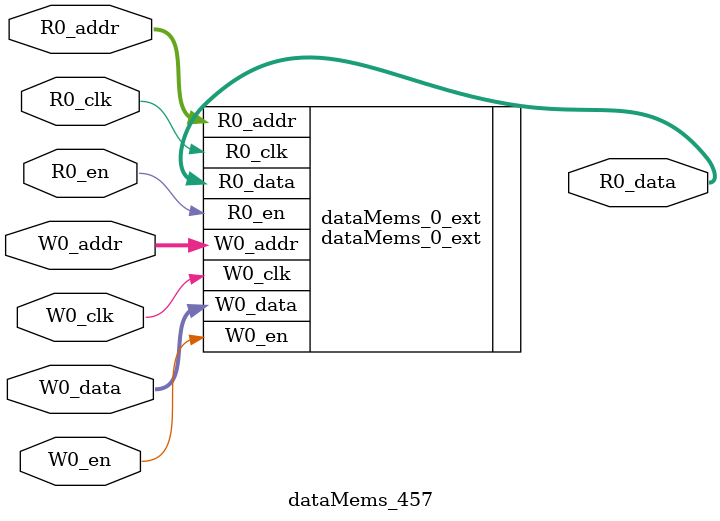
<source format=sv>
`ifndef RANDOMIZE
  `ifdef RANDOMIZE_REG_INIT
    `define RANDOMIZE
  `endif // RANDOMIZE_REG_INIT
`endif // not def RANDOMIZE
`ifndef RANDOMIZE
  `ifdef RANDOMIZE_MEM_INIT
    `define RANDOMIZE
  `endif // RANDOMIZE_MEM_INIT
`endif // not def RANDOMIZE

`ifndef RANDOM
  `define RANDOM $random
`endif // not def RANDOM

// Users can define 'PRINTF_COND' to add an extra gate to prints.
`ifndef PRINTF_COND_
  `ifdef PRINTF_COND
    `define PRINTF_COND_ (`PRINTF_COND)
  `else  // PRINTF_COND
    `define PRINTF_COND_ 1
  `endif // PRINTF_COND
`endif // not def PRINTF_COND_

// Users can define 'ASSERT_VERBOSE_COND' to add an extra gate to assert error printing.
`ifndef ASSERT_VERBOSE_COND_
  `ifdef ASSERT_VERBOSE_COND
    `define ASSERT_VERBOSE_COND_ (`ASSERT_VERBOSE_COND)
  `else  // ASSERT_VERBOSE_COND
    `define ASSERT_VERBOSE_COND_ 1
  `endif // ASSERT_VERBOSE_COND
`endif // not def ASSERT_VERBOSE_COND_

// Users can define 'STOP_COND' to add an extra gate to stop conditions.
`ifndef STOP_COND_
  `ifdef STOP_COND
    `define STOP_COND_ (`STOP_COND)
  `else  // STOP_COND
    `define STOP_COND_ 1
  `endif // STOP_COND
`endif // not def STOP_COND_

// Users can define INIT_RANDOM as general code that gets injected into the
// initializer block for modules with registers.
`ifndef INIT_RANDOM
  `define INIT_RANDOM
`endif // not def INIT_RANDOM

// If using random initialization, you can also define RANDOMIZE_DELAY to
// customize the delay used, otherwise 0.002 is used.
`ifndef RANDOMIZE_DELAY
  `define RANDOMIZE_DELAY 0.002
`endif // not def RANDOMIZE_DELAY

// Define INIT_RANDOM_PROLOG_ for use in our modules below.
`ifndef INIT_RANDOM_PROLOG_
  `ifdef RANDOMIZE
    `ifdef VERILATOR
      `define INIT_RANDOM_PROLOG_ `INIT_RANDOM
    `else  // VERILATOR
      `define INIT_RANDOM_PROLOG_ `INIT_RANDOM #`RANDOMIZE_DELAY begin end
    `endif // VERILATOR
  `else  // RANDOMIZE
    `define INIT_RANDOM_PROLOG_
  `endif // RANDOMIZE
`endif // not def INIT_RANDOM_PROLOG_

// Include register initializers in init blocks unless synthesis is set
`ifndef SYNTHESIS
  `ifndef ENABLE_INITIAL_REG_
    `define ENABLE_INITIAL_REG_
  `endif // not def ENABLE_INITIAL_REG_
`endif // not def SYNTHESIS

// Include rmemory initializers in init blocks unless synthesis is set
`ifndef SYNTHESIS
  `ifndef ENABLE_INITIAL_MEM_
    `define ENABLE_INITIAL_MEM_
  `endif // not def ENABLE_INITIAL_MEM_
`endif // not def SYNTHESIS

module dataMems_457(	// @[generators/ara/src/main/scala/UnsafeAXI4ToTL.scala:365:62]
  input  [4:0]  R0_addr,
  input         R0_en,
  input         R0_clk,
  output [66:0] R0_data,
  input  [4:0]  W0_addr,
  input         W0_en,
  input         W0_clk,
  input  [66:0] W0_data
);

  dataMems_0_ext dataMems_0_ext (	// @[generators/ara/src/main/scala/UnsafeAXI4ToTL.scala:365:62]
    .R0_addr (R0_addr),
    .R0_en   (R0_en),
    .R0_clk  (R0_clk),
    .R0_data (R0_data),
    .W0_addr (W0_addr),
    .W0_en   (W0_en),
    .W0_clk  (W0_clk),
    .W0_data (W0_data)
  );
endmodule


</source>
